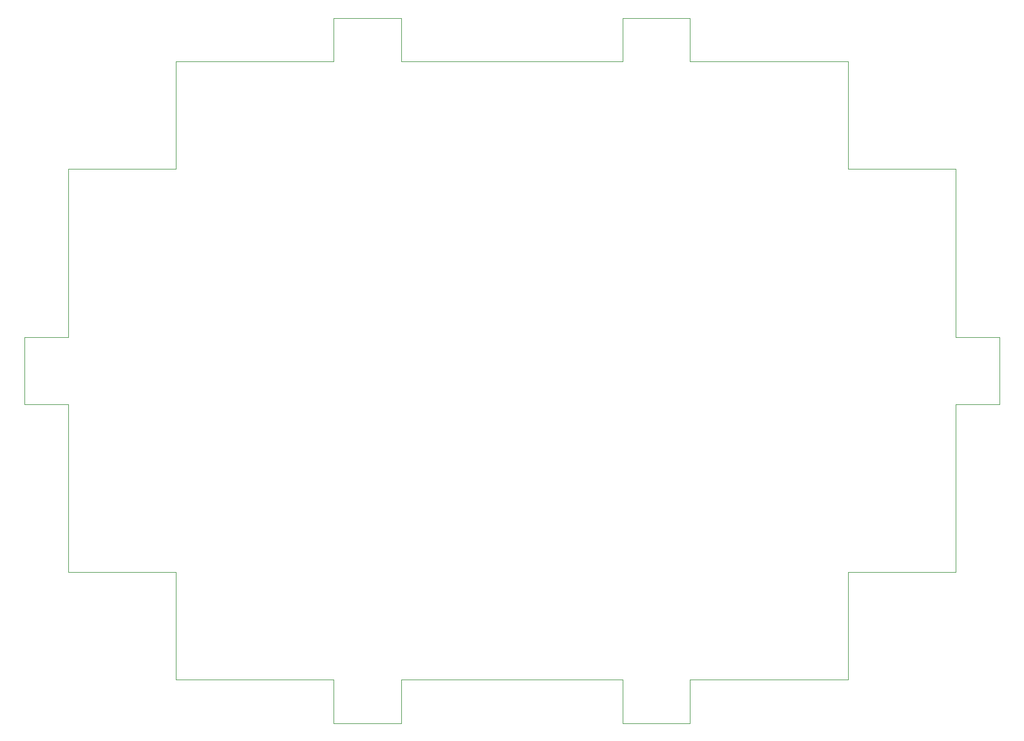
<source format=gbr>
G04 #@! TF.GenerationSoftware,KiCad,Pcbnew,(5.1.9)-1*
G04 #@! TF.CreationDate,2022-06-27T08:21:43+02:00*
G04 #@! TF.ProjectId,green_detect_3,67726565-6e5f-4646-9574-6563745f332e,0.00*
G04 #@! TF.SameCoordinates,Original*
G04 #@! TF.FileFunction,Profile,NP*
%FSLAX46Y46*%
G04 Gerber Fmt 4.6, Leading zero omitted, Abs format (unit mm)*
G04 Created by KiCad (PCBNEW (5.1.9)-1) date 2022-06-27 08:21:43*
%MOMM*%
%LPD*%
G01*
G04 APERTURE LIST*
G04 #@! TA.AperFunction,Profile*
%ADD10C,0.050000*%
G04 #@! TD*
G04 APERTURE END LIST*
D10*
X78000000Y-65000000D02*
X78000000Y-90000000D01*
X94000000Y-65000000D02*
X78000000Y-65000000D01*
X94000000Y-49000000D02*
X94000000Y-65000000D01*
X117500000Y-49000000D02*
X94000000Y-49000000D01*
X117500000Y-42500000D02*
X117500000Y-49000000D01*
X127500000Y-42500000D02*
X117500000Y-42500000D01*
X127500000Y-49000000D02*
X127500000Y-42500000D01*
X160500000Y-49000000D02*
X127500000Y-49000000D01*
X160500000Y-42500000D02*
X160500000Y-49000000D01*
X170500000Y-42500000D02*
X160500000Y-42500000D01*
X170500000Y-49000000D02*
X170500000Y-42500000D01*
X194000000Y-49000000D02*
X170500000Y-49000000D01*
X194000000Y-65000000D02*
X194000000Y-49000000D01*
X210000000Y-65000000D02*
X194000000Y-65000000D01*
X210000000Y-90000000D02*
X210000000Y-65000000D01*
X216500000Y-90000000D02*
X210000000Y-90000000D01*
X216500000Y-100000000D02*
X216500000Y-90000000D01*
X210000000Y-100000000D02*
X216500000Y-100000000D01*
X210000000Y-125000000D02*
X210000000Y-100000000D01*
X194000000Y-125000000D02*
X210000000Y-125000000D01*
X194000000Y-141000000D02*
X194000000Y-125000000D01*
X170500000Y-141000000D02*
X194000000Y-141000000D01*
X170500000Y-147500000D02*
X170500000Y-141000000D01*
X160500000Y-147500000D02*
X170500000Y-147500000D01*
X160500000Y-141000000D02*
X160500000Y-147500000D01*
X127500000Y-141000000D02*
X160500000Y-141000000D01*
X127500000Y-147500000D02*
X127500000Y-141000000D01*
X117500000Y-147500000D02*
X127500000Y-147500000D01*
X117500000Y-141000000D02*
X117500000Y-147500000D01*
X94000000Y-141000000D02*
X117500000Y-141000000D01*
X94000000Y-125000000D02*
X94000000Y-141000000D01*
X78000000Y-125000000D02*
X94000000Y-125000000D01*
X78000000Y-100000000D02*
X78000000Y-125000000D01*
X71500000Y-100000000D02*
X78000000Y-100000000D01*
X71500000Y-90000000D02*
X71500000Y-100000000D01*
X78000000Y-90000000D02*
X71500000Y-90000000D01*
M02*

</source>
